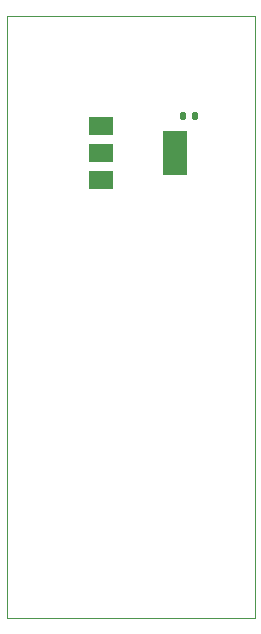
<source format=gbr>
G04 #@! TF.GenerationSoftware,KiCad,Pcbnew,(6.0.6)*
G04 #@! TF.CreationDate,2022-08-20T10:32:50+05:30*
G04 #@! TF.ProjectId,Mitayi-Pico-RP2040,4d697461-7969-42d5-9069-636f2d525032,0.2*
G04 #@! TF.SameCoordinates,PX848f8c0PY6ea0500*
G04 #@! TF.FileFunction,Paste,Bot*
G04 #@! TF.FilePolarity,Positive*
%FSLAX46Y46*%
G04 Gerber Fmt 4.6, Leading zero omitted, Abs format (unit mm)*
G04 Created by KiCad (PCBNEW (6.0.6)) date 2022-08-20 10:32:50*
%MOMM*%
%LPD*%
G01*
G04 APERTURE LIST*
G04 Aperture macros list*
%AMRoundRect*
0 Rectangle with rounded corners*
0 $1 Rounding radius*
0 $2 $3 $4 $5 $6 $7 $8 $9 X,Y pos of 4 corners*
0 Add a 4 corners polygon primitive as box body*
4,1,4,$2,$3,$4,$5,$6,$7,$8,$9,$2,$3,0*
0 Add four circle primitives for the rounded corners*
1,1,$1+$1,$2,$3*
1,1,$1+$1,$4,$5*
1,1,$1+$1,$6,$7*
1,1,$1+$1,$8,$9*
0 Add four rect primitives between the rounded corners*
20,1,$1+$1,$2,$3,$4,$5,0*
20,1,$1+$1,$4,$5,$6,$7,0*
20,1,$1+$1,$6,$7,$8,$9,0*
20,1,$1+$1,$8,$9,$2,$3,0*%
G04 Aperture macros list end*
G04 #@! TA.AperFunction,Profile*
%ADD10C,0.100000*%
G04 #@! TD*
%ADD11R,2.000000X1.500000*%
%ADD12R,2.000000X3.800000*%
%ADD13RoundRect,0.135000X-0.135000X-0.185000X0.135000X-0.185000X0.135000X0.185000X-0.135000X0.185000X0*%
G04 APERTURE END LIST*
D10*
X0Y51000000D02*
X21000000Y51000000D01*
X21000000Y0D02*
X0Y0D01*
X21000000Y51000000D02*
X21000000Y0D01*
X0Y0D02*
X0Y51000000D01*
D11*
X7980000Y37100000D03*
X7980000Y39400000D03*
D12*
X14280000Y39400000D03*
D11*
X7980000Y41700000D03*
D13*
X14890000Y42510000D03*
X15910000Y42510000D03*
M02*

</source>
